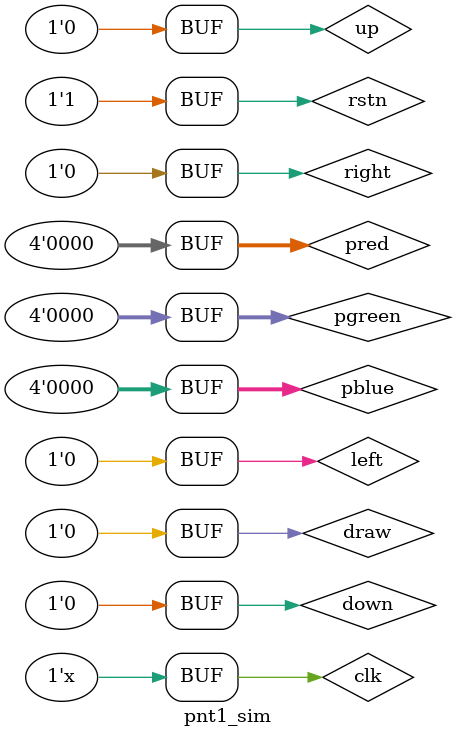
<source format=v>
`timescale 1ns / 1ps


module pnt1_sim();
reg clk;
reg  rstn;		//Ê±ÖÓ, ¸´Î» (µÍµçÆ½ÓÐÐ§)
reg  up;		//ÒÆ¶¯·½Ïò (dir)£ºÉÏ
reg down;		//ÒÆ¶¯·½Ïò (dir)£ºÏÂ
reg left;		//ÒÆ¶¯·½Ïò (dir)£º×ó
reg right;		//ÒÆ¶¯·½Ïò (dir)£ºÓÒ
//input [11:0] prgb,
reg [3:0] pred;  	//»­±ÊÑÕÉ« (prgb)£ººì
reg [3:0] pgreen; 	//»­±ÊÑÕÉ« (prgb)£ºÂÌ
reg [3:0] pblue; 	//»­±ÊÑÕÉ« (prgb)£ºÀ¶
reg draw;		//»æ»­¿ª¹Ø£º1-»æ»­
 //output [11:0] rgb,
wire  [3:0] red;//ÏñËØÑÕÉ« (rgb)£ººì
wire [3:0] green; 	//ÏñËØÑÕÉ« (rgb)£ºÂÌ
wire  [3:0] blue; 	//ÏñËØÑÕÉ« (rgb)£ºÀ¶
wire hs;		//ÐÐÍ¬²½
wire vs;		//³¡Í¬²½

painter1 PNT1(
    .clk(clk),
    .rstn(rstn),		//Ê±ÖÓ, ¸´Î» (µÍµçÆ½ÓÐÐ§)
    .up(up),		//ÒÆ¶¯·½Ïò (dir)£ºÉÏ
    .down(down),		//ÒÆ¶¯·½Ïò (dir)£ºÏÂ
    .left(left),		//ÒÆ¶¯·½Ïò (dir)£º×ó
    .right(right),		//ÒÆ¶¯·½Ïò (dir)£ºÓÒ
    //input [11:0] prgb,
    .pred(pred),  	//»­±ÊÑÕÉ« (prgb)£ººì
    .pgreen(pgreen), 	//»­±ÊÑÕÉ« (prgb)£ºÂÌ
    .pblue(pblue), 	//»­±ÊÑÕÉ« (prgb)£ºÀ¶
    .draw(draw),		//»æ»­¿ª¹Ø£º1-»æ»­
    //output [11:0] rgb,
    .red(red),	//ÏñËØÑÕÉ« (rgb)£ººì
    .green(green), 	//ÏñËØÑÕÉ« (rgb)£ºÂÌ
    .blue(blue), 	//ÏñËØÑÕÉ« (rgb)£ºÀ¶
    .hs(hs),		//ÐÐÍ¬²½
    .vs(vs)		//³¡Í¬²½
    );
initial begin
clk = 0;rstn = 0;pred = 0;pgreen = 0;pblue = 0;
up = 0;down = 0;left = 0;right = 0;draw= 0;
end
always #5 clk = ~clk;
initial 
begin
#5 rstn = 1;

end
endmodule

</source>
